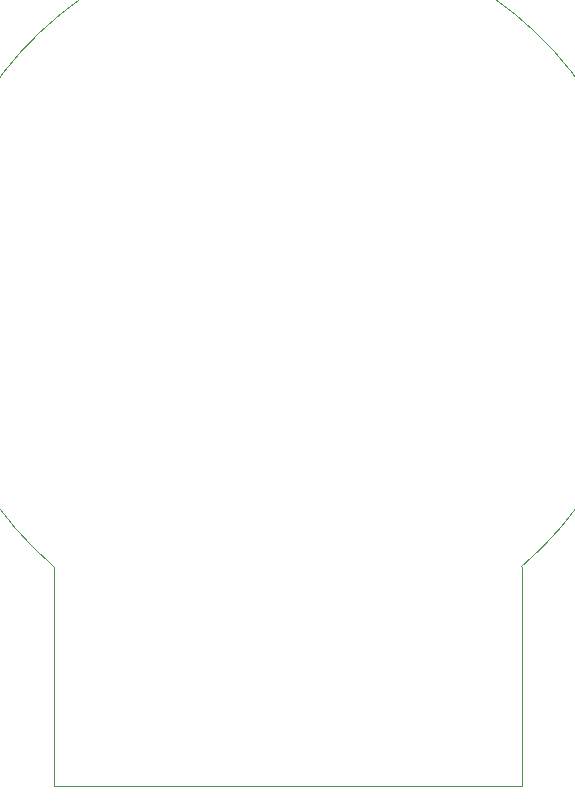
<source format=gbr>
G04 #@! TF.GenerationSoftware,KiCad,Pcbnew,6.0.8-f2edbf62ab~116~ubuntu20.04.1*
G04 #@! TF.CreationDate,2022-10-17T13:25:48+07:00*
G04 #@! TF.ProjectId,IN-8,494e2d38-2e6b-4696-9361-645f70636258,rev?*
G04 #@! TF.SameCoordinates,Original*
G04 #@! TF.FileFunction,Profile,NP*
%FSLAX46Y46*%
G04 Gerber Fmt 4.6, Leading zero omitted, Abs format (unit mm)*
G04 Created by KiCad (PCBNEW 6.0.8-f2edbf62ab~116~ubuntu20.04.1) date 2022-10-17 13:25:48*
%MOMM*%
%LPD*%
G01*
G04 APERTURE LIST*
G04 #@! TA.AperFunction,Profile*
%ADD10C,0.100000*%
G04 #@! TD*
G04 APERTURE END LIST*
D10*
X179660500Y-88877764D02*
X179660500Y-70280500D01*
X140060500Y-88877764D02*
X179660500Y-88877764D01*
X179660500Y-70280500D02*
G75*
G03*
X140060500Y-70280500I-19800000J23150982D01*
G01*
X140060500Y-70280500D02*
X140060500Y-88877764D01*
M02*

</source>
